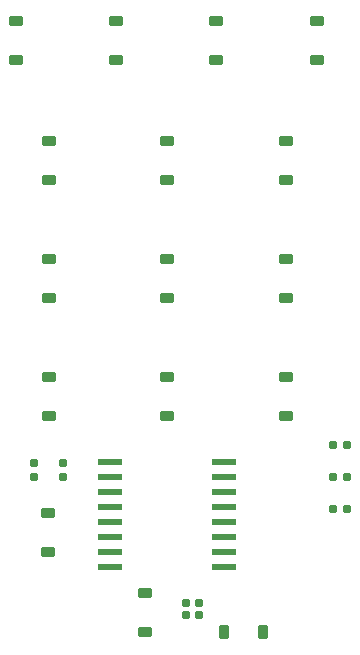
<source format=gbr>
%TF.GenerationSoftware,KiCad,Pcbnew,8.0.1*%
%TF.CreationDate,2024-03-24T18:55:33-05:00*%
%TF.ProjectId,TTWR Keypad,54545752-204b-4657-9970-61642e6b6963,V01*%
%TF.SameCoordinates,Original*%
%TF.FileFunction,Paste,Bot*%
%TF.FilePolarity,Positive*%
%FSLAX46Y46*%
G04 Gerber Fmt 4.6, Leading zero omitted, Abs format (unit mm)*
G04 Created by KiCad (PCBNEW 8.0.1) date 2024-03-24 18:55:33*
%MOMM*%
%LPD*%
G01*
G04 APERTURE LIST*
G04 Aperture macros list*
%AMRoundRect*
0 Rectangle with rounded corners*
0 $1 Rounding radius*
0 $2 $3 $4 $5 $6 $7 $8 $9 X,Y pos of 4 corners*
0 Add a 4 corners polygon primitive as box body*
4,1,4,$2,$3,$4,$5,$6,$7,$8,$9,$2,$3,0*
0 Add four circle primitives for the rounded corners*
1,1,$1+$1,$2,$3*
1,1,$1+$1,$4,$5*
1,1,$1+$1,$6,$7*
1,1,$1+$1,$8,$9*
0 Add four rect primitives between the rounded corners*
20,1,$1+$1,$2,$3,$4,$5,0*
20,1,$1+$1,$4,$5,$6,$7,0*
20,1,$1+$1,$6,$7,$8,$9,0*
20,1,$1+$1,$8,$9,$2,$3,0*%
G04 Aperture macros list end*
%ADD10RoundRect,0.160000X-0.197500X-0.160000X0.197500X-0.160000X0.197500X0.160000X-0.197500X0.160000X0*%
%ADD11RoundRect,0.225000X-0.375000X0.225000X-0.375000X-0.225000X0.375000X-0.225000X0.375000X0.225000X0*%
%ADD12R,2.082800X0.533400*%
%ADD13RoundRect,0.160000X-0.160000X0.197500X-0.160000X-0.197500X0.160000X-0.197500X0.160000X0.197500X0*%
%ADD14RoundRect,0.155000X-0.212500X-0.155000X0.212500X-0.155000X0.212500X0.155000X-0.212500X0.155000X0*%
%ADD15RoundRect,0.225000X0.375000X-0.225000X0.375000X0.225000X-0.375000X0.225000X-0.375000X-0.225000X0*%
%ADD16RoundRect,0.225000X-0.225000X-0.375000X0.225000X-0.375000X0.225000X0.375000X-0.225000X0.375000X0*%
G04 APERTURE END LIST*
D10*
%TO.C,R3*%
X181880000Y-80625000D03*
X183075000Y-80625000D03*
%TD*%
%TO.C,R5*%
X181880000Y-86025000D03*
X183075000Y-86025000D03*
%TD*%
%TO.C,R4*%
X181880000Y-83325000D03*
X183075000Y-83325000D03*
%TD*%
D11*
%TO.C,D8*%
X157775000Y-86375000D03*
X157775000Y-89675000D03*
%TD*%
D12*
%TO.C,U17*%
X172663700Y-82055000D03*
X172663700Y-83325000D03*
X172663700Y-84595000D03*
X172663700Y-85865000D03*
X172663700Y-87135000D03*
X172663700Y-88405000D03*
X172663700Y-89675000D03*
X172663700Y-90945000D03*
X162986300Y-90945000D03*
X162986300Y-89675000D03*
X162986300Y-88405000D03*
X162986300Y-87135000D03*
X162986300Y-85865000D03*
X162986300Y-84595000D03*
X162986300Y-83325000D03*
X162986300Y-82055000D03*
%TD*%
D13*
%TO.C,R1*%
X159025000Y-82127500D03*
X159025000Y-83322500D03*
%TD*%
%TO.C,R2*%
X156550000Y-82127500D03*
X156550000Y-83322500D03*
%TD*%
D14*
%TO.C,C1*%
X169407500Y-94000000D03*
X170542500Y-94000000D03*
%TD*%
D15*
%TO.C,D2*%
X157809000Y-54850000D03*
X157809000Y-58150000D03*
%TD*%
%TO.C,D7*%
X167825000Y-64850000D03*
X167825000Y-68150000D03*
%TD*%
D11*
%TO.C,D15*%
X177850000Y-78144800D03*
X177850000Y-74844800D03*
%TD*%
D15*
%TO.C,D6*%
X167825000Y-58150000D03*
X167825000Y-54850000D03*
%TD*%
D14*
%TO.C,C2*%
X169407500Y-95000000D03*
X170542500Y-95000000D03*
%TD*%
D16*
%TO.C,D16*%
X175975000Y-96450000D03*
X172675000Y-96450000D03*
%TD*%
D15*
%TO.C,D10*%
X177850000Y-58144800D03*
X177850000Y-54844800D03*
%TD*%
%TO.C,D9*%
X172000000Y-48000000D03*
X172000000Y-44700000D03*
%TD*%
%TO.C,D13*%
X180500000Y-48000000D03*
X180500000Y-44700000D03*
%TD*%
%TO.C,D1*%
X155000000Y-48000000D03*
X155000000Y-44700000D03*
%TD*%
%TO.C,D4*%
X157800000Y-78150000D03*
X157800000Y-74850000D03*
%TD*%
%TO.C,D3*%
X157809000Y-68150000D03*
X157809000Y-64850000D03*
%TD*%
%TO.C,D12*%
X165975000Y-93150000D03*
X165975000Y-96450000D03*
%TD*%
%TO.C,D5*%
X163500000Y-48000000D03*
X163500000Y-44700000D03*
%TD*%
D11*
%TO.C,D11*%
X167825000Y-78150000D03*
X167825000Y-74850000D03*
%TD*%
%TO.C,D14*%
X177850000Y-64844800D03*
X177850000Y-68144800D03*
%TD*%
M02*

</source>
